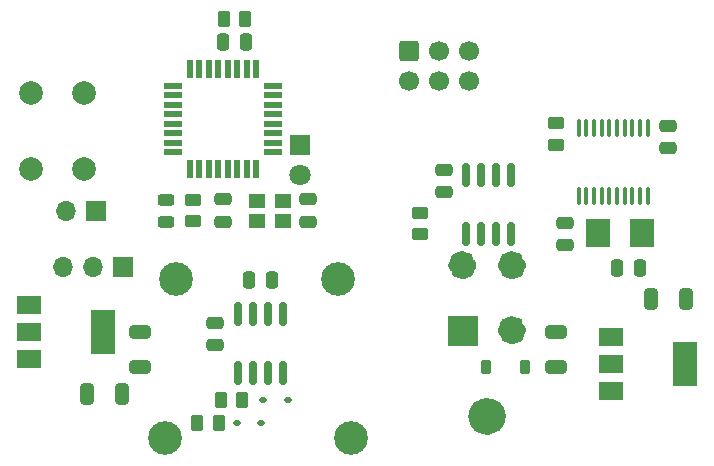
<source format=gbr>
%TF.GenerationSoftware,KiCad,Pcbnew,(7.0.0)*%
%TF.CreationDate,2025-02-23T22:01:52+09:00*%
%TF.ProjectId,EGTtoCANBus_Module,45475474-6f43-4414-9e42-75735f4d6f64,rev?*%
%TF.SameCoordinates,Original*%
%TF.FileFunction,Soldermask,Top*%
%TF.FilePolarity,Negative*%
%FSLAX46Y46*%
G04 Gerber Fmt 4.6, Leading zero omitted, Abs format (unit mm)*
G04 Created by KiCad (PCBNEW (7.0.0)) date 2025-02-23 22:01:52*
%MOMM*%
%LPD*%
G01*
G04 APERTURE LIST*
G04 Aperture macros list*
%AMRoundRect*
0 Rectangle with rounded corners*
0 $1 Rounding radius*
0 $2 $3 $4 $5 $6 $7 $8 $9 X,Y pos of 4 corners*
0 Add a 4 corners polygon primitive as box body*
4,1,4,$2,$3,$4,$5,$6,$7,$8,$9,$2,$3,0*
0 Add four circle primitives for the rounded corners*
1,1,$1+$1,$2,$3*
1,1,$1+$1,$4,$5*
1,1,$1+$1,$6,$7*
1,1,$1+$1,$8,$9*
0 Add four rect primitives between the rounded corners*
20,1,$1+$1,$2,$3,$4,$5,0*
20,1,$1+$1,$4,$5,$6,$7,0*
20,1,$1+$1,$6,$7,$8,$9,0*
20,1,$1+$1,$8,$9,$2,$3,0*%
G04 Aperture macros list end*
%ADD10C,1.226200*%
%ADD11C,1.576200*%
%ADD12C,0.010000*%
%ADD13RoundRect,0.243750X-0.456250X0.243750X-0.456250X-0.243750X0.456250X-0.243750X0.456250X0.243750X0*%
%ADD14R,1.400000X1.200000*%
%ADD15RoundRect,0.250000X-0.325000X-0.650000X0.325000X-0.650000X0.325000X0.650000X-0.325000X0.650000X0*%
%ADD16RoundRect,0.250000X-0.650000X0.325000X-0.650000X-0.325000X0.650000X-0.325000X0.650000X0.325000X0*%
%ADD17RoundRect,0.250000X-0.450000X0.262500X-0.450000X-0.262500X0.450000X-0.262500X0.450000X0.262500X0*%
%ADD18RoundRect,0.250000X0.262500X0.450000X-0.262500X0.450000X-0.262500X-0.450000X0.262500X-0.450000X0*%
%ADD19RoundRect,0.250000X-0.475000X0.250000X-0.475000X-0.250000X0.475000X-0.250000X0.475000X0.250000X0*%
%ADD20RoundRect,0.112500X0.187500X0.112500X-0.187500X0.112500X-0.187500X-0.112500X0.187500X-0.112500X0*%
%ADD21R,0.550000X1.600000*%
%ADD22R,1.600000X0.550000*%
%ADD23RoundRect,0.225000X0.225000X0.375000X-0.225000X0.375000X-0.225000X-0.375000X0.225000X-0.375000X0*%
%ADD24RoundRect,0.250000X0.650000X-0.325000X0.650000X0.325000X-0.650000X0.325000X-0.650000X-0.325000X0*%
%ADD25RoundRect,0.250000X0.250000X0.475000X-0.250000X0.475000X-0.250000X-0.475000X0.250000X-0.475000X0*%
%ADD26RoundRect,0.250000X0.475000X-0.250000X0.475000X0.250000X-0.475000X0.250000X-0.475000X-0.250000X0*%
%ADD27R,2.000000X2.400000*%
%ADD28RoundRect,0.250000X-0.262500X-0.450000X0.262500X-0.450000X0.262500X0.450000X-0.262500X0.450000X0*%
%ADD29RoundRect,0.100000X0.100000X-0.637500X0.100000X0.637500X-0.100000X0.637500X-0.100000X-0.637500X0*%
%ADD30R,2.000000X1.500000*%
%ADD31R,2.000000X3.800000*%
%ADD32RoundRect,0.150000X-0.150000X0.825000X-0.150000X-0.825000X0.150000X-0.825000X0.150000X0.825000X0*%
%ADD33RoundRect,0.250000X0.325000X0.650000X-0.325000X0.650000X-0.325000X-0.650000X0.325000X-0.650000X0*%
%ADD34R,1.700000X1.700000*%
%ADD35O,1.700000X1.700000*%
%ADD36C,3.000000*%
%ADD37R,1.800000X1.800000*%
%ADD38C,1.800000*%
%ADD39C,2.859000*%
%ADD40C,2.000000*%
%ADD41RoundRect,0.250000X-0.600000X0.600000X-0.600000X-0.600000X0.600000X-0.600000X0.600000X0.600000X0*%
%ADD42C,1.700000*%
G04 APERTURE END LIST*
D10*
%TO.C,J2*%
X186113100Y-79870000D02*
G75*
G03*
X186113100Y-79870000I-613100J0D01*
G01*
X186113100Y-74370000D02*
G75*
G03*
X186113100Y-74370000I-613100J0D01*
G01*
D11*
X184188100Y-87170000D02*
G75*
G03*
X184188100Y-87170000I-788100J0D01*
G01*
D10*
X181913100Y-74370000D02*
G75*
G03*
X181913100Y-74370000I-613100J0D01*
G01*
G36*
X182526200Y-81096200D02*
G01*
X180073800Y-81096200D01*
X180073800Y-78643800D01*
X182526200Y-78643800D01*
X182526200Y-81096200D01*
G37*
D12*
X182526200Y-81096200D02*
X180073800Y-81096200D01*
X180073800Y-78643800D01*
X182526200Y-78643800D01*
X182526200Y-81096200D01*
%TD*%
D13*
%TO.C,D5*%
X156250000Y-68812500D03*
X156250000Y-70687500D03*
%TD*%
D14*
%TO.C,Y3*%
X163899999Y-70599999D03*
X166099999Y-70599999D03*
X166099999Y-68899999D03*
X163899999Y-68899999D03*
%TD*%
D15*
%TO.C,C6*%
X149525000Y-85250000D03*
X152475000Y-85250000D03*
%TD*%
D16*
%TO.C,C7*%
X154000000Y-80025000D03*
X154000000Y-82975000D03*
%TD*%
D17*
%TO.C,R1*%
X177750000Y-69925000D03*
X177750000Y-71750000D03*
%TD*%
D18*
%TO.C,R5*%
X162912500Y-53500000D03*
X161087500Y-53500000D03*
%TD*%
D19*
%TO.C,C13*%
X168250000Y-68800000D03*
X168250000Y-70700000D03*
%TD*%
D20*
%TO.C,D2*%
X164300000Y-87750000D03*
X162200000Y-87750000D03*
%TD*%
D21*
%TO.C,U1*%
X158249999Y-66249999D03*
X159049999Y-66249999D03*
X159849999Y-66249999D03*
X160649999Y-66249999D03*
X161449999Y-66249999D03*
X162249999Y-66249999D03*
X163049999Y-66249999D03*
X163849999Y-66249999D03*
D22*
X165299999Y-64799999D03*
X165299999Y-63999999D03*
X165299999Y-63199999D03*
X165299999Y-62399999D03*
X165299999Y-61599999D03*
X165299999Y-60799999D03*
X165299999Y-59999999D03*
X165299999Y-59199999D03*
D21*
X163849999Y-57749999D03*
X163049999Y-57749999D03*
X162249999Y-57749999D03*
X161449999Y-57749999D03*
X160649999Y-57749999D03*
X159849999Y-57749999D03*
X159049999Y-57749999D03*
X158249999Y-57749999D03*
D22*
X156799999Y-59199999D03*
X156799999Y-59999999D03*
X156799999Y-60799999D03*
X156799999Y-61599999D03*
X156799999Y-62399999D03*
X156799999Y-63199999D03*
X156799999Y-63999999D03*
X156799999Y-64799999D03*
%TD*%
D23*
%TO.C,D3*%
X186650000Y-83000000D03*
X183350000Y-83000000D03*
%TD*%
D24*
%TO.C,C4*%
X189250000Y-83000000D03*
X189250000Y-80050000D03*
%TD*%
D25*
%TO.C,C11*%
X162950000Y-55500000D03*
X161050000Y-55500000D03*
%TD*%
D17*
%TO.C,R7*%
X158500000Y-68837500D03*
X158500000Y-70662500D03*
%TD*%
D19*
%TO.C,C1*%
X198750000Y-62550000D03*
X198750000Y-64450000D03*
%TD*%
D26*
%TO.C,C12*%
X161000000Y-70700000D03*
X161000000Y-68800000D03*
%TD*%
D27*
%TO.C,Y2*%
X196524999Y-71637499D03*
X192824999Y-71637499D03*
%TD*%
D28*
%TO.C,R2*%
X158837500Y-87750000D03*
X160662500Y-87750000D03*
%TD*%
D19*
%TO.C,C9*%
X190000000Y-70800000D03*
X190000000Y-72700000D03*
%TD*%
D20*
%TO.C,D4*%
X166550000Y-85750000D03*
X164450000Y-85750000D03*
%TD*%
D29*
%TO.C,U2*%
X191150000Y-68500000D03*
X191800000Y-68500000D03*
X192450000Y-68500000D03*
X193100000Y-68500000D03*
X193750000Y-68500000D03*
X194400000Y-68500000D03*
X195050000Y-68500000D03*
X195700000Y-68500000D03*
X196350000Y-68500000D03*
X197000000Y-68500000D03*
X197000000Y-62775000D03*
X196350000Y-62775000D03*
X195700000Y-62775000D03*
X195050000Y-62775000D03*
X194400000Y-62775000D03*
X193750000Y-62775000D03*
X193100000Y-62775000D03*
X192450000Y-62775000D03*
X191800000Y-62775000D03*
X191150000Y-62775000D03*
%TD*%
D19*
%TO.C,C2*%
X179750000Y-66300000D03*
X179750000Y-68200000D03*
%TD*%
D30*
%TO.C,U3*%
X193849999Y-80449999D03*
X193849999Y-82749999D03*
D31*
X200149999Y-82749999D03*
D30*
X193849999Y-85049999D03*
%TD*%
D25*
%TO.C,C8*%
X165150000Y-75600000D03*
X163250000Y-75600000D03*
%TD*%
%TO.C,C10*%
X196325000Y-74637500D03*
X194425000Y-74637500D03*
%TD*%
D32*
%TO.C,U9*%
X185405000Y-66775000D03*
X184135000Y-66775000D03*
X182865000Y-66775000D03*
X181595000Y-66775000D03*
X181595000Y-71725000D03*
X182865000Y-71725000D03*
X184135000Y-71725000D03*
X185405000Y-71725000D03*
%TD*%
D19*
%TO.C,C3*%
X160400000Y-79250000D03*
X160400000Y-81150000D03*
%TD*%
D33*
%TO.C,C5*%
X200225000Y-77250000D03*
X197275000Y-77250000D03*
%TD*%
D17*
%TO.C,R3*%
X189250000Y-62337500D03*
X189250000Y-64162500D03*
%TD*%
D30*
%TO.C,U5*%
X144599999Y-77699999D03*
X144599999Y-79999999D03*
D31*
X150899999Y-79999999D03*
D30*
X144599999Y-82299999D03*
%TD*%
D28*
%TO.C,R6*%
X160837500Y-85750000D03*
X162662500Y-85750000D03*
%TD*%
D32*
%TO.C,U7*%
X166105000Y-78525000D03*
X164835000Y-78525000D03*
X163565000Y-78525000D03*
X162295000Y-78525000D03*
X162295000Y-83475000D03*
X163565000Y-83475000D03*
X164835000Y-83475000D03*
X166105000Y-83475000D03*
%TD*%
D34*
%TO.C,JP3*%
X150289999Y-69774999D03*
D35*
X147749999Y-69774999D03*
%TD*%
D34*
%TO.C,JP2*%
X152579999Y-74499999D03*
D35*
X150039999Y-74499999D03*
X147499999Y-74499999D03*
%TD*%
D36*
%TO.C,J2*%
X183400000Y-87170000D03*
%TD*%
D37*
%TO.C,D1*%
X167599999Y-64199999D03*
D38*
X167600000Y-66740000D03*
%TD*%
D39*
%TO.C,J3*%
X170750000Y-75500000D03*
X157050000Y-75500000D03*
X156150000Y-89000000D03*
X171850000Y-89000000D03*
%TD*%
D40*
%TO.C,RESET*%
X144750000Y-59750000D03*
X144750000Y-66250000D03*
X149250000Y-59750000D03*
X149250000Y-66250000D03*
%TD*%
D41*
%TO.C,J1*%
X176750000Y-56250000D03*
D42*
X176750000Y-58790000D03*
X179290000Y-56250000D03*
X179290000Y-58790000D03*
X181830000Y-56250000D03*
X181830000Y-58790000D03*
%TD*%
M02*

</source>
